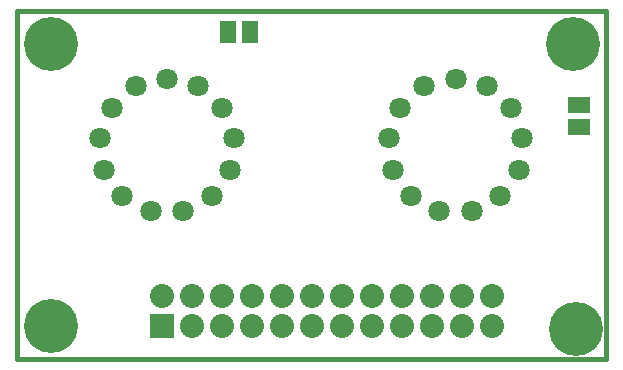
<source format=gts>
G04 (created by PCBNEW-RS274X (2011-04-29 BZR 2986)-stable) date 6/2/2011 10:57:15 PM*
G01*
G70*
G90*
%MOIN*%
G04 Gerber Fmt 3.4, Leading zero omitted, Abs format*
%FSLAX34Y34*%
G04 APERTURE LIST*
%ADD10C,0.006000*%
%ADD11C,0.015000*%
%ADD12R,0.055000X0.075000*%
%ADD13R,0.075000X0.055000*%
%ADD14R,0.080000X0.080000*%
%ADD15C,0.080000*%
%ADD16C,0.180000*%
%ADD17C,0.071200*%
G04 APERTURE END LIST*
G54D10*
G54D11*
X07600Y-18600D02*
X27200Y-18600D01*
X07600Y-07000D02*
X27200Y-07000D01*
X07581Y-07000D02*
X07581Y-18600D01*
X27200Y-18600D02*
X27200Y-07000D01*
G54D12*
X14606Y-07700D03*
X15356Y-07700D03*
G54D13*
X26300Y-10125D03*
X26300Y-10875D03*
G54D14*
X12400Y-17500D03*
G54D15*
X12400Y-16500D03*
X13400Y-17500D03*
X13400Y-16500D03*
X14400Y-17500D03*
X14400Y-16500D03*
X15400Y-17500D03*
X15400Y-16500D03*
X16400Y-17500D03*
X16400Y-16500D03*
X17400Y-17500D03*
X17400Y-16500D03*
X18400Y-17500D03*
X18400Y-16500D03*
X19400Y-17500D03*
X19400Y-16500D03*
X20400Y-17500D03*
X20400Y-16500D03*
X21400Y-17500D03*
X21400Y-16500D03*
X22400Y-17500D03*
X22400Y-16500D03*
X23400Y-17500D03*
X23400Y-16500D03*
G54D16*
X26100Y-08100D03*
X26200Y-17600D03*
X08700Y-17500D03*
X08700Y-08100D03*
G54D17*
X12581Y-09256D03*
X13624Y-09512D03*
X14427Y-10224D03*
X14809Y-11228D03*
X14679Y-12295D03*
X14069Y-13181D03*
X13120Y-13677D03*
X12042Y-13677D03*
X11093Y-13181D03*
X10483Y-12295D03*
X10353Y-11228D03*
X10735Y-10224D03*
X11538Y-09512D03*
X22200Y-09256D03*
X23243Y-09512D03*
X24046Y-10224D03*
X24428Y-11228D03*
X24298Y-12295D03*
X23688Y-13181D03*
X22739Y-13677D03*
X21661Y-13677D03*
X20712Y-13181D03*
X20102Y-12295D03*
X19972Y-11228D03*
X20354Y-10224D03*
X21157Y-09512D03*
M02*

</source>
